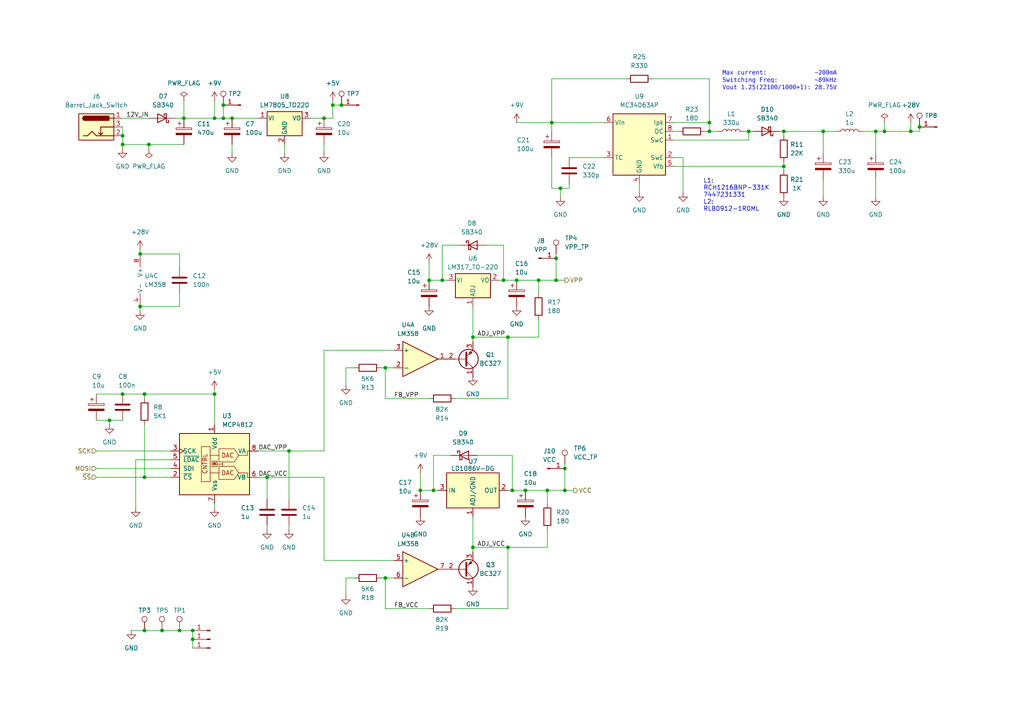
<source format=kicad_sch>
(kicad_sch (version 20250114) (generator "eeschema") (generator_version "9.0")
  (paper "A4")
  (lib_symbols
    (symbol "Amplifier_Operational:LM358" (pin_names (offset 0.127))
      (property "Reference" "U" (at 0 5.08 0))
      (property "Value" "LM358" (at 0 -5.08 0))
      (symbol "LM358_1_1"
        (pin input line (at -7.62 2.54 0) (length 2.54) (name "+") (number "3"))
        (pin input line (at -7.62 -2.54 0) (length 2.54) (name "-") (number "2"))
        (pin output line (at 7.62 0 180) (length 2.54) (name "~") (number "1"))
      )
      (symbol "LM358_2_1"
        (pin input line (at -7.62 2.54 0) (length 2.54) (name "+") (number "5"))
        (pin input line (at -7.62 -2.54 0) (length 2.54) (name "-") (number "6"))
        (pin output line (at 7.62 0 180) (length 2.54) (name "~") (number "7"))
      )
      (symbol "LM358_3_1"
        (pin power_in line (at -2.54 7.62 270) (length 3.81) (name "V+") (number "8"))
        (pin power_in line (at -2.54 -7.62 90) (length 3.81) (name "V-") (number "4"))
      )
    )
    (symbol "Analog_DAC:MCP4812" (pin_names (offset 1.016))
      (property "Reference" "U" (at -2.54 10.795 0))
      (property "Value" "MCP4812" (at -2.54 8.89 0))
      (symbol "MCP4812_0_0"
        (text "CNTRL" (at -2.032 -4.191 900) (effects (font (size 1.27 1.27)) (justify left bottom)))
        (text "DAC" (at 3.81 1.27 0) (effects (font (size 1.27 1.27))))
        (text "DAC" (at 3.81 -3.81 0) (effects (font (size 1.27 1.27))))
      )
      (symbol "MCP4812_1_1"
        (pin input clock (at -12.7 2.54 0) (length 2.54) (name "SCK") (number "3"))
        (pin input line (at -12.7 0 0) (length 2.54) (name "~{LDAC}") (number "5"))
        (pin input line (at -12.7 -2.54 0) (length 2.54) (name "SDI") (number "4"))
        (pin input line (at -12.7 -5.08 0) (length 2.54) (name "~{CS}") (number "2"))
        (pin power_in line (at 0 10.16 270) (length 2.54) (name "Vdd") (number "1"))
        (pin power_in line (at 0 -12.7 90) (length 2.54) (name "Vss") (number "7"))
        (pin output line (at 12.7 2.54 180) (length 2.54) (name "VA") (number "8"))
        (pin output line (at 12.7 -5.08 180) (length 2.54) (name "VB") (number "6"))
      )
    )
    (symbol "Connector:Barrel_Jack_Switch" (pin_names (hide yes))
      (property "Reference" "J" (at 0 5.334 0))
      (property "Value" "Barrel_Jack_Switch" (at 0 -5.08 0))
      (symbol "Barrel_Jack_Switch_1_1"
        (pin passive line (at 7.62 2.54 180) (length 2.54) (name "~") (number "1"))
        (pin passive line (at 7.62 0 180) (length 2.54) (name "~") (number "3"))
        (pin passive line (at 7.62 -2.54 180) (length 2.54) (name "~") (number "2"))
      )
    )
    (symbol "Connector:Conn_01x01_Pin" (pin_names (offset 1.016) (hide yes))
      (property "Reference" "J" (at 0 2.54 0))
      (property "Value" "Conn_01x01_Pin" (at 0 -2.54 0))
      (symbol "Conn_01x01_Pin_1_1"
        (pin passive line (at 5.08 0 180) (length 3.81) (name "Pin_1") (number "1"))
      )
    )
    (symbol "Connector:TestPoint" (pin_numbers (hide yes)) (pin_names (offset 0.762) (hide yes))
      (property "Reference" "TP" (at 0 6.858 0))
      (property "Value" "TestPoint" (at 0 5.08 0))
      (symbol "TestPoint_1_1"
        (pin passive line (at 0 0 90) (length 2.54) (name "1") (number "1"))
      )
    )
    (symbol "Device:C" (pin_numbers (hide yes)) (pin_names (offset 0.254))
      (property "Reference" "C" (at 0.635 2.54 0))
      (property "Value" "C" (at 0.635 -2.54 0))
      (symbol "C_1_1"
        (pin passive line (at 0 3.81 270) (length 2.794) (name "~") (number "1"))
        (pin passive line (at 0 -3.81 90) (length 2.794) (name "~") (number "2"))
      )
    )
    (symbol "Device:C_Polarized" (pin_numbers (hide yes)) (pin_names (offset 0.254))
      (property "Reference" "C" (at 0.635 2.54 0))
      (property "Value" "C_Polarized" (at 0.635 -2.54 0))
      (symbol "C_Polarized_1_1"
        (pin passive line (at 0 3.81 270) (length 2.794) (name "~") (number "1"))
        (pin passive line (at 0 -3.81 90) (length 2.794) (name "~") (number "2"))
      )
    )
    (symbol "Device:L" (pin_numbers (hide yes)) (pin_names (offset 1.016) (hide yes))
      (property "Reference" "L" (at -1.27 0 90))
      (property "Value" "L" (at 1.905 0 90))
      (symbol "L_1_1"
        (pin passive line (at 0 3.81 270) (length 1.27) (name "1") (number "1"))
        (pin passive line (at 0 -3.81 90) (length 1.27) (name "2") (number "2"))
      )
    )
    (symbol "Device:R" (pin_numbers (hide yes)) (pin_names (offset 0))
      (property "Reference" "R" (at 2.032 0 90))
      (property "Value" "R" (at 0 0 90))
      (symbol "R_1_1"
        (pin passive line (at 0 3.81 270) (length 1.27) (name "~") (number "1"))
        (pin passive line (at 0 -3.81 90) (length 1.27) (name "~") (number "2"))
      )
    )
    (symbol "Diode:B340" (pin_numbers (hide yes)) (pin_names (offset 1.016) (hide yes))
      (property "Reference" "D" (at 0 2.54 0))
      (property "Value" "B340" (at 0 -2.54 0))
      (symbol "B340_1_1"
        (pin passive line (at -3.81 0 0) (length 2.54) (name "K") (number "1"))
        (pin passive line (at 3.81 0 180) (length 2.54) (name "A") (number "2"))
      )
    )
    (symbol "Regulator_Linear:LD1086V-DG"
      (property "Reference" "U" (at 0 10.16 0))
      (property "Value" "LD1086V-DG" (at 0 7.62 0))
      (symbol "LD1086V-DG_1_1"
        (pin power_in line (at -10.16 0 0) (length 2.54) (name "IN") (number "3"))
        (pin input line (at 0 -7.62 90) (length 2.54) (name "ADJ/GND") (number "1"))
        (pin power_out line (at 10.16 0 180) (length 2.54) (name "OUT") (number "2"))
      )
    )
    (symbol "Regulator_Linear:LM317_TO-220" (pin_names (offset 0.254))
      (property "Reference" "U" (at -3.81 3.175 0))
      (property "Value" "LM317_TO-220" (at 0 3.175 0))
      (symbol "LM317_TO-220_1_1"
        (pin power_in line (at -7.62 0 0) (length 2.54) (name "VI") (number "3"))
        (pin input line (at 0 -7.62 90) (length 2.54) (name "ADJ") (number "1"))
        (pin power_out line (at 7.62 0 180) (length 2.54) (name "VO") (number "2"))
      )
    )
    (symbol "Regulator_Linear:LM7805_TO220" (pin_names (offset 0.254))
      (property "Reference" "U" (at -3.81 3.175 0))
      (property "Value" "LM7805_TO220" (at 0 3.175 0))
      (symbol "LM7805_TO220_1_1"
        (pin power_in line (at -7.62 0 0) (length 2.54) (name "VI") (number "1"))
        (pin power_in line (at 0 -7.62 90) (length 2.54) (name "GND") (number "2"))
        (pin power_out line (at 7.62 0 180) (length 2.54) (name "VO") (number "3"))
      )
    )
    (symbol "Regulator_Switching:MC34063AP"
      (property "Reference" "U" (at -7.62 8.89 0))
      (property "Value" "MC34063AP" (at 0 8.89 0))
      (symbol "MC34063AP_1_1"
        (pin power_in line (at -10.16 5.08 0) (length 2.54) (name "Vin") (number "6"))
        (pin passive line (at -10.16 -5.08 0) (length 2.54) (name "TC") (number "3"))
        (pin power_in line (at 0 -12.7 90) (length 2.54) (name "GND") (number "4"))
        (pin input line (at 10.16 5.08 180) (length 2.54) (name "Ipk") (number "7"))
        (pin open_collector line (at 10.16 2.54 180) (length 2.54) (name "DC") (number "8"))
        (pin open_collector line (at 10.16 0 180) (length 2.54) (name "SwC") (number "1"))
        (pin open_emitter line (at 10.16 -5.08 180) (length 2.54) (name "SwE") (number "2"))
        (pin input line (at 10.16 -7.62 180) (length 2.54) (name "Vfb") (number "5"))
      )
    )
    (symbol "Transistor_BJT:BC327" (pin_names (offset 0) (hide yes))
      (property "Reference" "Q" (at 5.08 1.905 0))
      (property "Value" "BC327" (at 5.08 0 0))
      (symbol "BC327_1_1"
        (pin input line (at -5.08 0 0) (length 2.54) (name "B") (number "2"))
        (pin passive line (at 2.54 5.08 270) (length 2.54) (name "C") (number "1"))
        (pin passive line (at 2.54 -5.08 90) (length 2.54) (name "E") (number "3"))
      )
    )
    (symbol "power:+28V" (power) (pin_numbers (hide yes)) (pin_names (offset 0) (hide yes))
      (property "Value" "+28V" (at 0 3.556 0))
      (symbol "+28V_1_1"
        (pin power_in line (at 0 0 90) (length 0) (name "~") (number "1"))
      )
    )
    (symbol "power:+5V" (power) (pin_numbers (hide yes)) (pin_names (offset 0) (hide yes))
      (property "Value" "+5V" (at 0 3.556 0))
      (symbol "+5V_1_1"
        (pin power_in line (at 0 0 90) (length 0) (name "~") (number "1"))
      )
    )
    (symbol "power:+9V" (power) (pin_numbers (hide yes)) (pin_names (offset 0) (hide yes))
      (property "Value" "+9V" (at 0 3.556 0))
      (symbol "+9V_1_1"
        (pin power_in line (at 0 0 90) (length 0) (name "~") (number "1"))
      )
    )
    (symbol "power:GND" (power) (pin_numbers (hide yes)) (pin_names (offset 0) (hide yes))
      (property "Value" "GND" (at 0 -3.81 0))
      (symbol "GND_1_1"
        (pin power_in line (at 0 0 270) (length 0) (name "~") (number "1"))
      )
    )
    (symbol "power:PWR_FLAG" (power) (pin_numbers (hide yes)) (pin_names (offset 0) (hide yes))
      (property "Value" "PWR_FLAG" (at 0 3.81 0))
      (symbol "PWR_FLAG_0_0"
        (pin power_out line (at 0 0 90) (length 0) (name "~") (number "1"))
      )
    )
  )
  (text "L1:\nRCH1216BNP-331K\n7447231331\nL2:\nRLB0912-1R0ML" (at 203.962 56.642 0) (effects (font (size 1.27 1.27)) (justify left)))
  (text "Max current:             ~200mA\nSwitching Freq:          ~89kHz\nVout 1.25(22100/1000+1): 28.75V" (at 209.55 26.67 0) (effects (font (size 1.27 1.27)) (justify left bottom)))
  (junction (at 55.88 182.88))
  (junction (at 77.47 138.43))
  (junction (at 217.17 38.1))
  (junction (at 160.02 35.56))
  (junction (at 62.23 34.29))
  (junction (at 46.99 182.88))
  (junction (at 121.92 142.24))
  (junction (at 266.7 36.83))
  (junction (at 264.16 38.1))
  (junction (at 52.07 182.88))
  (junction (at 149.86 81.28))
  (junction (at 256.54 38.1))
  (junction (at 128.27 81.28))
  (junction (at 111.76 167.64))
  (junction (at 146.05 81.28))
  (junction (at 35.56 41.91))
  (junction (at 162.56 54.61))
  (junction (at 40.64 88.9))
  (junction (at 93.98 34.29))
  (junction (at 156.21 81.28))
  (junction (at 41.91 114.3))
  (junction (at 227.33 48.26))
  (junction (at 62.23 114.3))
  (junction (at 83.82 130.81))
  (junction (at 227.33 38.1))
  (junction (at 148.59 142.24))
  (junction (at 147.32 158.75))
  (junction (at 99.06 30.48))
  (junction (at 205.74 35.56))
  (junction (at 161.29 74.93))
  (junction (at 55.88 185.42))
  (junction (at 205.74 38.1))
  (junction (at 31.75 121.92))
  (junction (at 111.76 106.68))
  (junction (at 125.73 142.24))
  (junction (at 41.91 182.88))
  (junction (at 53.34 34.29))
  (junction (at 163.83 135.89))
  (junction (at 64.77 34.29))
  (junction (at 124.46 81.28))
  (junction (at 64.77 30.48))
  (junction (at 43.18 41.91))
  (junction (at 40.64 73.66))
  (junction (at 67.31 34.29))
  (junction (at 96.52 30.48))
  (junction (at 158.75 142.24))
  (junction (at 137.16 97.79))
  (junction (at 238.76 38.1))
  (junction (at 147.32 97.79))
  (junction (at 254 38.1))
  (junction (at 152.4 142.24))
  (junction (at 35.56 39.37))
  (junction (at 163.83 142.24))
  (junction (at 137.16 158.75))
  (junction (at 161.29 81.28))
  (junction (at 35.56 114.3))
  (junction (at 41.91 138.43))
  (wire (pts (xy 40.64 72.39) (xy 40.64 73.66)))
  (wire (pts (xy 195.58 40.64) (xy 217.17 40.64)))
  (wire (pts (xy 110.49 106.68) (xy 111.76 106.68)))
  (wire (pts (xy 43.18 43.18) (xy 43.18 41.91)))
  (wire (pts (xy 125.73 132.08) (xy 125.73 142.24)))
  (wire (pts (xy 27.94 138.43) (xy 41.91 138.43)))
  (wire (pts (xy 254 52.07) (xy 254 57.15)))
  (wire (pts (xy 132.08 176.53) (xy 147.32 176.53)))
  (wire (pts (xy 158.75 142.24) (xy 163.83 142.24)))
  (wire (pts (xy 35.56 36.83) (xy 35.56 39.37)))
  (wire (pts (xy 227.33 38.1) (xy 227.33 39.37)))
  (wire (pts (xy 137.16 97.79) (xy 147.32 97.79)))
  (wire (pts (xy 198.12 45.72) (xy 198.12 55.88)))
  (wire (pts (xy 148.59 142.24) (xy 152.4 142.24)))
  (wire (pts (xy 125.73 142.24) (xy 127 142.24)))
  (wire (pts (xy 74.93 130.81) (xy 83.82 130.81)))
  (wire (pts (xy 62.23 113.03) (xy 62.23 114.3)))
  (wire (pts (xy 264.16 38.1) (xy 266.7 38.1)))
  (wire (pts (xy 161.29 81.28) (xy 163.83 81.28)))
  (wire (pts (xy 111.76 167.64) (xy 111.76 176.53)))
  (wire (pts (xy 38.1 182.88) (xy 41.91 182.88)))
  (wire (pts (xy 227.33 48.26) (xy 227.33 49.53)))
  (wire (pts (xy 62.23 34.29) (xy 62.23 29.21)))
  (wire (pts (xy 39.37 133.35) (xy 39.37 147.32)))
  (wire (pts (xy 77.47 152.4) (xy 77.47 153.67)))
  (wire (pts (xy 27.94 130.81) (xy 49.53 130.81)))
  (wire (pts (xy 256.54 35.56) (xy 256.54 38.1)))
  (wire (pts (xy 149.86 35.56) (xy 160.02 35.56)))
  (wire (pts (xy 132.08 115.57) (xy 147.32 115.57)))
  (wire (pts (xy 238.76 44.45) (xy 238.76 38.1)))
  (wire (pts (xy 204.47 38.1) (xy 205.74 38.1)))
  (wire (pts (xy 46.99 182.88) (xy 52.07 182.88)))
  (wire (pts (xy 149.86 81.28) (xy 156.21 81.28)))
  (wire (pts (xy 53.34 34.29) (xy 62.23 34.29)))
  (wire (pts (xy 160.02 54.61) (xy 162.56 54.61)))
  (wire (pts (xy 160.02 45.72) (xy 160.02 54.61)))
  (wire (pts (xy 250.19 38.1) (xy 254 38.1)))
  (wire (pts (xy 35.56 114.3) (xy 41.91 114.3)))
  (wire (pts (xy 93.98 101.6) (xy 93.98 130.81)))
  (wire (pts (xy 137.16 158.75) (xy 147.32 158.75)))
  (wire (pts (xy 189.23 22.86) (xy 205.74 22.86)))
  (wire (pts (xy 96.52 30.48) (xy 99.06 30.48)))
  (wire (pts (xy 93.98 34.29) (xy 96.52 34.29)))
  (wire (pts (xy 111.76 106.68) (xy 114.3 106.68)))
  (wire (pts (xy 90.17 34.29) (xy 93.98 34.29)))
  (wire (pts (xy 55.88 182.88) (xy 55.88 185.42)))
  (wire (pts (xy 35.56 41.91) (xy 43.18 41.91)))
  (wire (pts (xy 140.97 71.12) (xy 146.05 71.12)))
  (wire (pts (xy 163.83 142.24) (xy 166.37 142.24)))
  (wire (pts (xy 160.02 35.56) (xy 160.02 22.86)))
  (wire (pts (xy 146.05 81.28) (xy 149.86 81.28)))
  (wire (pts (xy 226.06 38.1) (xy 227.33 38.1)))
  (wire (pts (xy 266.7 38.1) (xy 266.7 36.83)))
  (wire (pts (xy 137.16 88.9) (xy 137.16 97.79)))
  (wire (pts (xy 195.58 45.72) (xy 198.12 45.72)))
  (wire (pts (xy 227.33 46.99) (xy 227.33 48.26)))
  (wire (pts (xy 205.74 22.86) (xy 205.74 35.56)))
  (wire (pts (xy 67.31 34.29) (xy 74.93 34.29)))
  (wire (pts (xy 137.16 149.86) (xy 137.16 158.75)))
  (wire (pts (xy 208.28 38.1) (xy 205.74 38.1)))
  (wire (pts (xy 93.98 138.43) (xy 93.98 162.56)))
  (wire (pts (xy 62.23 114.3) (xy 62.23 123.19)))
  (wire (pts (xy 165.1 45.72) (xy 175.26 45.72)))
  (wire (pts (xy 31.75 123.19) (xy 31.75 121.92)))
  (wire (pts (xy 195.58 38.1) (xy 196.85 38.1)))
  (wire (pts (xy 35.56 39.37) (xy 35.56 41.91)))
  (wire (pts (xy 53.34 29.21) (xy 53.34 34.29)))
  (wire (pts (xy 62.23 147.32) (xy 62.23 146.05)))
  (wire (pts (xy 41.91 115.57) (xy 41.91 114.3)))
  (wire (pts (xy 41.91 138.43) (xy 49.53 138.43)))
  (wire (pts (xy 27.94 114.3) (xy 35.56 114.3)))
  (wire (pts (xy 162.56 54.61) (xy 162.56 57.15)))
  (wire (pts (xy 147.32 158.75) (xy 147.32 176.53)))
  (wire (pts (xy 102.87 106.68) (xy 100.33 106.68)))
  (wire (pts (xy 156.21 92.71) (xy 156.21 97.79)))
  (wire (pts (xy 156.21 81.28) (xy 156.21 85.09)))
  (wire (pts (xy 93.98 162.56) (xy 114.3 162.56)))
  (wire (pts (xy 77.47 138.43) (xy 77.47 144.78)))
  (wire (pts (xy 27.94 135.89) (xy 49.53 135.89)))
  (wire (pts (xy 111.76 167.64) (xy 114.3 167.64)))
  (wire (pts (xy 147.32 97.79) (xy 156.21 97.79)))
  (wire (pts (xy 138.43 132.08) (xy 148.59 132.08)))
  (wire (pts (xy 52.07 88.9) (xy 40.64 88.9)))
  (wire (pts (xy 41.91 123.19) (xy 41.91 138.43)))
  (wire (pts (xy 110.49 167.64) (xy 111.76 167.64)))
  (wire (pts (xy 93.98 101.6) (xy 114.3 101.6)))
  (wire (pts (xy 160.02 38.1) (xy 160.02 35.56)))
  (wire (pts (xy 165.1 53.34) (xy 165.1 54.61)))
  (wire (pts (xy 111.76 115.57) (xy 124.46 115.57)))
  (wire (pts (xy 67.31 41.91) (xy 67.31 44.45)))
  (wire (pts (xy 96.52 30.48) (xy 96.52 34.29)))
  (wire (pts (xy 238.76 52.07) (xy 238.76 57.15)))
  (wire (pts (xy 50.8 34.29) (xy 53.34 34.29)))
  (wire (pts (xy 146.05 71.12) (xy 146.05 81.28)))
  (wire (pts (xy 161.29 74.93) (xy 161.29 81.28)))
  (wire (pts (xy 217.17 38.1) (xy 218.44 38.1)))
  (wire (pts (xy 52.07 85.09) (xy 52.07 88.9)))
  (wire (pts (xy 35.56 41.91) (xy 35.56 43.18)))
  (wire (pts (xy 111.76 176.53) (xy 124.46 176.53)))
  (wire (pts (xy 100.33 167.64) (xy 100.33 172.72)))
  (wire (pts (xy 160.02 35.56) (xy 175.26 35.56)))
  (wire (pts (xy 163.83 134.62) (xy 163.83 135.89)))
  (wire (pts (xy 158.75 153.67) (xy 158.75 158.75)))
  (wire (pts (xy 77.47 138.43) (xy 93.98 138.43)))
  (wire (pts (xy 238.76 38.1) (xy 242.57 38.1)))
  (wire (pts (xy 256.54 38.1) (xy 264.16 38.1)))
  (wire (pts (xy 161.29 73.66) (xy 161.29 74.93)))
  (wire (pts (xy 137.16 97.79) (xy 137.16 99.06)))
  (wire (pts (xy 52.07 73.66) (xy 40.64 73.66)))
  (wire (pts (xy 205.74 35.56) (xy 195.58 35.56)))
  (wire (pts (xy 52.07 77.47) (xy 52.07 73.66)))
  (wire (pts (xy 147.32 97.79) (xy 147.32 115.57)))
  (wire (pts (xy 185.42 55.88) (xy 185.42 53.34)))
  (wire (pts (xy 93.98 41.91) (xy 93.98 44.45)))
  (wire (pts (xy 128.27 81.28) (xy 129.54 81.28)))
  (wire (pts (xy 217.17 40.64) (xy 217.17 38.1)))
  (wire (pts (xy 217.17 38.1) (xy 215.9 38.1)))
  (wire (pts (xy 264.16 38.1) (xy 264.16 35.56)))
  (wire (pts (xy 124.46 76.2) (xy 124.46 81.28)))
  (wire (pts (xy 55.88 185.42) (xy 55.88 187.96)))
  (wire (pts (xy 158.75 142.24) (xy 158.75 146.05)))
  (wire (pts (xy 64.77 30.48) (xy 64.77 34.29)))
  (wire (pts (xy 137.16 158.75) (xy 137.16 160.02)))
  (wire (pts (xy 205.74 38.1) (xy 205.74 35.56)))
  (wire (pts (xy 254 38.1) (xy 254 44.45)))
  (wire (pts (xy 83.82 152.4) (xy 83.82 153.67)))
  (wire (pts (xy 227.33 38.1) (xy 238.76 38.1)))
  (wire (pts (xy 100.33 106.68) (xy 100.33 111.76)))
  (wire (pts (xy 82.55 41.91) (xy 82.55 44.45)))
  (wire (pts (xy 124.46 81.28) (xy 128.27 81.28)))
  (wire (pts (xy 130.81 132.08) (xy 125.73 132.08)))
  (wire (pts (xy 156.21 81.28) (xy 161.29 81.28)))
  (wire (pts (xy 40.64 90.17) (xy 40.64 88.9)))
  (wire (pts (xy 62.23 34.29) (xy 64.77 34.29)))
  (wire (pts (xy 195.58 48.26) (xy 227.33 48.26)))
  (wire (pts (xy 148.59 132.08) (xy 148.59 142.24)))
  (wire (pts (xy 128.27 71.12) (xy 128.27 81.28)))
  (wire (pts (xy 254 38.1) (xy 256.54 38.1)))
  (wire (pts (xy 160.02 22.86) (xy 181.61 22.86)))
  (wire (pts (xy 144.78 81.28) (xy 146.05 81.28)))
  (wire (pts (xy 83.82 130.81) (xy 93.98 130.81)))
  (wire (pts (xy 133.35 71.12) (xy 128.27 71.12)))
  (wire (pts (xy 43.18 41.91) (xy 53.34 41.91)))
  (wire (pts (xy 152.4 142.24) (xy 158.75 142.24)))
  (wire (pts (xy 147.32 158.75) (xy 158.75 158.75)))
  (wire (pts (xy 41.91 114.3) (xy 62.23 114.3)))
  (wire (pts (xy 35.56 34.29) (xy 43.18 34.29)))
  (wire (pts (xy 31.75 121.92) (xy 35.56 121.92)))
  (wire (pts (xy 27.94 121.92) (xy 31.75 121.92)))
  (wire (pts (xy 41.91 182.88) (xy 46.99 182.88)))
  (wire (pts (xy 64.77 34.29) (xy 67.31 34.29)))
  (wire (pts (xy 52.07 182.88) (xy 55.88 182.88)))
  (wire (pts (xy 96.52 29.21) (xy 96.52 30.48)))
  (wire (pts (xy 74.93 138.43) (xy 77.47 138.43)))
  (wire (pts (xy 121.92 137.16) (xy 121.92 142.24)))
  (wire (pts (xy 121.92 142.24) (xy 125.73 142.24)))
  (wire (pts (xy 162.56 54.61) (xy 165.1 54.61)))
  (wire (pts (xy 111.76 106.68) (xy 111.76 115.57)))
  (wire (pts (xy 102.87 167.64) (xy 100.33 167.64)))
  (wire (pts (xy 39.37 133.35) (xy 49.53 133.35)))
  (wire (pts (xy 147.32 142.24) (xy 148.59 142.24)))
  (wire (pts (xy 83.82 130.81) (xy 83.82 144.78)))
  (wire (pts (xy 163.83 135.89) (xy 163.83 142.24)))
  (label "12V_IN" (at 43.18 34.29 180))
  (label "DAC_VCC" (at 74.93 138.43 0))
  (label "ADJ_VPP" (at 138.43 97.79 0))
  (label "FB_VCC" (at 114.3 176.53 0))
  (label "ADJ_VCC" (at 138.43 158.75 0))
  (label "FB_VPP" (at 114.3 115.57 0))
  (label "DAC_VPP" (at 74.93 130.81 0))
  (hierarchical_label "VCC" (shape output) (at 166.37 142.24 0))
  (hierarchical_label "MOSI" (shape input) (at 27.94 135.89 180))
  (hierarchical_label "~{SS}" (shape input) (at 27.94 138.43 180))
  (hierarchical_label "SCK" (shape input) (at 27.94 130.81 180))
  (hierarchical_label "VPP" (shape output) (at 163.83 81.28 0))
  (symbol (lib_id "power:GND") (at 198.12 55.88 0) (unit 1)
    (property "Reference" "#PWR013" (effects (hide yes)))
    (property "Value" "GND" (at 198.12 60.96 0))
    (property "Description" "Power symbol creates a global label with name \"GND\" , ground" (effects (hide yes)))
  )
  (symbol (lib_id "power:GND") (at 149.86 88.9 0) (unit 1)
    (property "Reference" "#PWR038" (effects (hide yes)))
    (property "Value" "GND" (at 149.86 93.98 0))
    (property "Description" "Power symbol creates a global label with name \"GND\" , ground" (effects (hide yes)))
  )
  (symbol (lib_id "power:GND") (at 67.31 44.45 0) (unit 1)
    (property "Reference" "#PWR051" (effects (hide yes)))
    (property "Value" "GND" (at 67.31 49.53 0))
    (property "Description" "Power symbol creates a global label with name \"GND\" , ground" (effects (hide yes)))
  )
  (symbol (lib_id "power:GND") (at 121.92 149.86 0) (unit 1)
    (property "Reference" "#PWR019" (effects (hide yes)))
    (property "Value" "GND" (at 121.92 154.94 0))
    (property "Description" "Power symbol creates a global label with name \"GND\" , ground" (effects (hide yes)))
  )
  (symbol (lib_id "power:GND") (at 77.47 153.67 0) (unit 1)
    (property "Reference" "#PWR025" (effects (hide yes)))
    (property "Value" "GND" (at 77.47 158.75 0))
    (property "Description" "Power symbol creates a global label with name \"GND\" , ground" (effects (hide yes)))
  )
  (symbol (lib_id "Device:C_Polarized") (at 67.31 38.1 0) (unit 1)
    (property "Reference" "C7" (at 71.12 35.9409 0) (effects (justify left)))
    (property "Value" "100u" (at 71.12 38.4809 0) (effects (justify left)))
    (property "Footprint" "Capacitor_THT:CP_Radial_D6.3mm_P2.50mm" (effects (hide yes)))
    (property "Description" "Polarized capacitor" (effects (hide yes)))
  )
  (symbol (lib_id "Connector:Conn_01x01_Pin") (at 271.78 36.83 0) (mirror y) (unit 1)
    (property "Reference" "J12" (effects (hide yes)))
    (property "Value" "28V" (effects (hide yes)))
    (property "Footprint" "Connector_PinHeader_2.54mm:PinHeader_1x01_P2.54mm_Vertical" (effects (hide yes)))
    (property "Description" "Generic connector, single row, 01x01, script generated" (effects (hide yes)))
  )
  (symbol (lib_id "Amplifier_Operational:LM358") (at 121.92 104.14 0) (unit 1)
    (property "Reference" "U4" (at 118.364 94.234 0))
    (property "Value" "LM358" (at 118.364 96.774 0))
    (property "Footprint" "Package_DIP:DIP-8_W7.62mm_Socket" (effects (hide yes)))
    (property "Datasheet" "http://www.ti.com/lit/ds/symlink/lm2904-n.pdf" (effects (hide yes)))
    (property "Description" "Low-Power, Dual Operational Amplifiers, DIP-8/SOIC-8/TO-99-8" (effects (hide yes)))
  )
  (symbol (lib_id "power:GND") (at 137.16 109.22 0) (unit 1)
    (property "Reference" "#PWR037" (effects (hide yes)))
    (property "Value" "GND" (at 137.16 114.3 0))
    (property "Description" "Power symbol creates a global label with name \"GND\" , ground" (effects (hide yes)))
  )
  (symbol (lib_id "Device:C_Polarized") (at 124.46 85.09 0) (unit 1)
    (property "Reference" "C15" (at 118.11 78.994 0) (effects (justify left)))
    (property "Value" "10u" (at 118.11 81.534 0) (effects (justify left)))
    (property "Footprint" "Local:C_Rect_L4.6mm_W3.0mm_P2.50mm_MKS02_FKP02" (effects (hide yes)))
    (property "Description" "Polarized capacitor" (effects (hide yes)))
  )
  (symbol (lib_id "Device:L") (at 246.38 38.1 90) (unit 1)
    (property "Reference" "L2" (at 246.38 33.02 90))
    (property "Value" "1u" (at 246.38 35.56 90))
    (property "Footprint" "Inductor_THT:L_Radial_D8.7mm_P5.00mm_Fastron_07HCP" (effects (hide yes)))
    (property "Description" "Inductor" (effects (hide yes)))
  )
  (symbol (lib_id "Regulator_Switching:MC34063AP") (at 185.42 40.64 0) (unit 1)
    (property "Reference" "U9" (at 185.42 27.94 0))
    (property "Value" "MC34063AP" (at 185.42 30.48 0))
    (property "Footprint" "Package_DIP:DIP-8_W7.62mm" (effects (hide yes)))
    (property "Datasheet" "http://www.onsemi.com/pub_link/Collateral/MC34063A-D.PDF" (effects (hide yes)))
    (property "Description" "1.5A, step-up/down/inverting switching regulator, 3-40V Vin, 100kHz, DIP-8" (effects (hide yes)))
  )
  (symbol (lib_id "Device:R") (at 128.27 176.53 90) (unit 1)
    (property "Reference" "R19" (at 130.175 182.245 90) (effects (justify left)))
    (property "Value" "82K" (at 130.175 179.705 90) (effects (justify left)))
    (property "Footprint" "Resistor_THT:R_Axial_DIN0207_L6.3mm_D2.5mm_P10.16mm_Horizontal" (effects (hide yes)))
    (property "Description" "Resistor" (effects (hide yes)))
  )
  (symbol (lib_id "Device:C_Polarized") (at 93.98 38.1 0) (unit 1)
    (property "Reference" "C20" (at 97.79 35.9409 0) (effects (justify left)))
    (property "Value" "10u" (at 97.79 38.4809 0) (effects (justify left)))
    (property "Footprint" "Capacitor_THT:CP_Radial_D6.3mm_P2.50mm" (effects (hide yes)))
    (property "Description" "Polarized capacitor" (effects (hide yes)))
  )
  (symbol (lib_id "Device:C_Polarized") (at 53.34 38.1 0) (unit 1)
    (property "Reference" "C11" (at 57.15 35.9409 0) (effects (justify left)))
    (property "Value" "470u" (at 57.15 38.4809 0) (effects (justify left)))
    (property "Footprint" "Capacitor_THT:CP_Radial_D10.0mm_P5.00mm" (effects (hide yes)))
    (property "Description" "Polarized capacitor" (effects (hide yes)))
  )
  (symbol (lib_id "Device:R") (at 185.42 22.86 90) (unit 1)
    (property "Reference" "R25" (at 185.42 16.51 90))
    (property "Value" "R330" (at 185.42 19.05 90))
    (property "Footprint" "Resistor_THT:R_Axial_DIN0207_L6.3mm_D2.5mm_P10.16mm_Horizontal" (effects (hide yes)))
    (property "Description" "Resistor" (effects (hide yes)))
  )
  (symbol (lib_id "Device:C") (at 52.07 81.28 0) (unit 1)
    (property "Reference" "C12" (at 55.88 80.0099 0) (effects (justify left)))
    (property "Value" "100n" (at 55.88 82.5499 0) (effects (justify left)))
    (property "Footprint" "Capacitor_THT:C_Rect_L4.6mm_W3.0mm_P2.50mm_MKS02_FKP02" (effects (hide yes)))
    (property "Description" "Unpolarized capacitor" (effects (hide yes)))
  )
  (symbol (lib_id "Device:R") (at 106.68 167.64 90) (unit 1)
    (property "Reference" "R18" (at 108.585 173.355 90) (effects (justify left)))
    (property "Value" "5K6" (at 108.585 170.815 90) (effects (justify left)))
    (property "Footprint" "Resistor_THT:R_Axial_DIN0207_L6.3mm_D2.5mm_P10.16mm_Horizontal" (effects (hide yes)))
    (property "Description" "Resistor" (effects (hide yes)))
  )
  (symbol (lib_id "Amplifier_Operational:LM358") (at 121.92 165.1 0) (unit 2)
    (property "Reference" "U4" (at 118.364 155.194 0))
    (property "Value" "LM358" (at 118.364 157.734 0))
    (property "Footprint" "Package_DIP:DIP-8_W7.62mm_Socket" (effects (hide yes)))
    (property "Datasheet" "http://www.ti.com/lit/ds/symlink/lm2904-n.pdf" (effects (hide yes)))
    (property "Description" "Low-Power, Dual Operational Amplifiers, DIP-8/SOIC-8/TO-99-8" (effects (hide yes)))
  )
  (symbol (lib_id "Device:C") (at 35.56 118.11 0) (unit 1)
    (property "Reference" "C8" (at 34.29 109.22 0) (effects (justify left)))
    (property "Value" "100n" (at 34.29 111.76 0) (effects (justify left)))
    (property "Footprint" "Capacitor_THT:C_Rect_L4.6mm_W3.0mm_P2.50mm_MKS02_FKP02" (effects (hide yes)))
    (property "Description" "Unpolarized capacitor" (effects (hide yes)))
  )
  (symbol (lib_id "Device:R") (at 200.66 38.1 90) (unit 1)
    (property "Reference" "R23" (at 200.66 31.75 90))
    (property "Value" "180" (at 200.66 34.29 90))
    (property "Footprint" "Resistor_THT:R_Axial_DIN0207_L6.3mm_D2.5mm_P10.16mm_Horizontal" (effects (hide yes)))
    (property "Description" "Resistor" (effects (hide yes)))
  )
  (symbol (lib_id "power:GND") (at 137.16 170.18 0) (unit 1)
    (property "Reference" "#PWR023" (effects (hide yes)))
    (property "Value" "GND" (at 137.16 175.26 0))
    (property "Description" "Power symbol creates a global label with name \"GND\" , ground" (effects (hide yes)))
  )
  (symbol (lib_id "power:GND") (at 82.55 44.45 0) (unit 1)
    (property "Reference" "#PWR046" (effects (hide yes)))
    (property "Value" "GND" (at 82.55 49.53 0))
    (property "Description" "Power symbol creates a global label with name \"GND\" , ground" (effects (hide yes)))
  )
  (symbol (lib_id "power:+5V") (at 62.23 113.03 0) (unit 1)
    (property "Reference" "#PWR020" (effects (hide yes)))
    (property "Value" "+5V" (at 62.23 107.95 0))
    (property "Description" "Power symbol creates a global label with name \"+5V\"" (effects (hide yes)))
  )
  (symbol (lib_id "Connector:TestPoint") (at 46.99 182.88 0) (unit 1)
    (property "Reference" "TP5" (at 45.212 177.038 0) (effects (justify left)))
    (property "Value" "GND" (effects (hide yes)))
    (property "Footprint" "TestPoint:TestPoint_Pad_2.0x2.0mm" (effects (hide yes)))
    (property "Description" "test point" (effects (hide yes)))
  )
  (symbol (lib_id "Connector:Conn_01x01_Pin") (at 156.21 74.93 0) (unit 1)
    (property "Reference" "J8" (at 156.845 69.85 0))
    (property "Value" "VPP" (at 156.845 72.39 0))
    (property "Footprint" "Connector_PinHeader_2.54mm:PinHeader_1x01_P2.54mm_Vertical" (effects (hide yes)))
    (property "Description" "Generic connector, single row, 01x01, script generated" (effects (hide yes)))
  )
  (symbol (lib_id "Connector:TestPoint") (at 64.77 30.48 0) (unit 1)
    (property "Reference" "TP2" (at 66.294 27.178 0) (effects (justify left)))
    (property "Value" "12V" (effects (hide yes)))
    (property "Footprint" "TestPoint:TestPoint_Pad_2.0x2.0mm" (effects (hide yes)))
    (property "Description" "test point" (effects (hide yes)))
  )
  (symbol (lib_id "Diode:B340") (at 137.16 71.12 0) (unit 1)
    (property "Reference" "D8" (at 136.8425 64.77 0))
    (property "Value" "SB340" (at 136.8425 67.31 0))
    (property "Footprint" "Diode_THT:D_DO-201AD_P5.08mm_Vertical_KathodeUp" (effects (hide yes)))
    (property "Datasheet" "http://www.jameco.com/Jameco/Products/ProdDS/1538777.pdf" (effects (hide yes)))
    (property "Description" "40V 3A Schottky Barrier Rectifier Diode, SMC" (effects (hide yes)))
  )
  (symbol (lib_id "power:+9V") (at 149.86 35.56 0) (unit 1)
    (property "Reference" "#PWR061" (effects (hide yes)))
    (property "Value" "+9V" (at 149.86 30.48 0))
    (property "Description" "Power symbol creates a global label with name \"+9V\"" (effects (hide yes)))
  )
  (symbol (lib_id "Diode:B340") (at 134.62 132.08 0) (unit 1)
    (property "Reference" "D9" (at 134.3025 125.73 0))
    (property "Value" "SB340" (at 134.3025 128.27 0))
    (property "Footprint" "Diode_THT:D_DO-201AD_P5.08mm_Vertical_KathodeUp" (effects (hide yes)))
    (property "Datasheet" "http://www.jameco.com/Jameco/Products/ProdDS/1538777.pdf" (effects (hide yes)))
    (property "Description" "40V 3A Schottky Barrier Rectifier Diode, SMC" (effects (hide yes)))
  )
  (symbol (lib_id "power:GND") (at 39.37 147.32 0) (unit 1)
    (property "Reference" "#PWR017" (effects (hide yes)))
    (property "Value" "GND" (at 39.37 152.4 0))
    (property "Description" "Power symbol creates a global label with name \"GND\" , ground" (effects (hide yes)))
  )
  (symbol (lib_id "power:+5V") (at 96.52 29.21 0) (unit 1)
    (property "Reference" "#PWR050" (effects (hide yes)))
    (property "Value" "+5V" (at 96.52 24.13 0))
    (property "Description" "Power symbol creates a global label with name \"+5V\"" (effects (hide yes)))
  )
  (symbol (lib_id "power:GND") (at 35.56 43.18 0) (unit 1)
    (property "Reference" "#PWR05" (effects (hide yes)))
    (property "Value" "GND" (at 35.56 48.26 0))
    (property "Description" "Power symbol creates a global label with name \"GND\" , ground" (effects (hide yes)))
  )
  (symbol (lib_id "Transistor_BJT:BC327") (at 134.62 104.14 0) (mirror x) (unit 1)
    (property "Reference" "Q1" (at 142.24 102.87 0))
    (property "Value" "BC327" (at 142.24 105.41 0))
    (property "Footprint" "Package_TO_SOT_THT:TO-92_Inline_Wide" (effects (hide yes)))
    (property "Datasheet" "http://www.onsemi.com/pub_link/Collateral/BC327-D.PDF" (effects (hide yes)))
    (property "Description" "0.8A Ic, 45V Vce, PNP Transistor, TO-92" (effects (hide yes)))
  )
  (symbol (lib_id "Device:R") (at 106.68 106.68 90) (unit 1)
    (property "Reference" "R13" (at 108.585 112.395 90) (effects (justify left)))
    (property "Value" "5K6" (at 108.585 109.855 90) (effects (justify left)))
    (property "Footprint" "Resistor_THT:R_Axial_DIN0207_L6.3mm_D2.5mm_P10.16mm_Horizontal" (effects (hide yes)))
    (property "Description" "Resistor" (effects (hide yes)))
  )
  (symbol (lib_id "power:GND") (at 227.33 57.15 0) (unit 1)
    (property "Reference" "#PWR014" (effects (hide yes)))
    (property "Value" "GND" (at 227.33 62.23 0))
    (property "Description" "Power symbol creates a global label with name \"GND\" , ground" (effects (hide yes)))
  )
  (symbol (lib_id "Diode:B340") (at 222.25 38.1 180) (unit 1)
    (property "Reference" "D10" (at 222.5675 31.75 0))
    (property "Value" "SB340" (at 222.5675 34.29 0))
    (property "Footprint" "Diode_THT:D_DO-201AD_P5.08mm_Vertical_KathodeUp" (effects (hide yes)))
    (property "Datasheet" "http://www.jameco.com/Jameco/Products/ProdDS/1538777.pdf" (effects (hide yes)))
    (property "Description" "40V 3A Schottky Barrier Rectifier Diode, SMC" (effects (hide yes)))
  )
  (symbol (lib_id "Device:C") (at 165.1 49.53 0) (unit 1)
    (property "Reference" "C22" (at 168.91 48.26 0) (effects (justify left)))
    (property "Value" "330p" (at 168.91 50.8 0) (effects (justify left)))
    (property "Footprint" "Capacitor_THT:C_Rect_L4.6mm_W3.0mm_P2.50mm_MKS02_FKP02" (effects (hide yes)))
    (property "Description" "Unpolarized capacitor" (effects (hide yes)))
  )
  (symbol (lib_id "Connector:Conn_01x01_Pin") (at 69.85 30.48 0) (mirror y) (unit 1)
    (property "Reference" "J4" (effects (hide yes)))
    (property "Value" "12V" (effects (hide yes)))
    (property "Footprint" "Connector_PinHeader_2.54mm:PinHeader_1x01_P2.54mm_Vertical" (effects (hide yes)))
    (property "Description" "Generic connector, single row, 01x01, script generated" (effects (hide yes)))
  )
  (symbol (lib_id "Device:C_Polarized") (at 149.86 85.09 0) (unit 1)
    (property "Reference" "C16" (at 149.352 76.454 0) (effects (justify left)))
    (property "Value" "10u" (at 149.352 78.994 0) (effects (justify left)))
    (property "Footprint" "Local:C_Rect_L4.6mm_W3.0mm_P2.50mm_MKS02_FKP02" (effects (hide yes)))
    (property "Description" "Polarized capacitor" (effects (hide yes)))
  )
  (symbol (lib_id "power:PWR_FLAG") (at 53.34 29.21 0) (unit 1)
    (property "Reference" "#FLG02" (effects (hide yes)))
    (property "Value" "PWR_FLAG" (at 53.34 24.13 0))
    (property "Description" "Special symbol for telling ERC where power comes from" (effects (hide yes)))
  )
  (symbol (lib_id "power:GND") (at 152.4 149.86 0) (unit 1)
    (property "Reference" "#PWR026" (effects (hide yes)))
    (property "Value" "GND" (at 152.4 154.94 0))
    (property "Description" "Power symbol creates a global label with name \"GND\" , ground" (effects (hide yes)))
  )
  (symbol (lib_id "Device:C_Polarized") (at 254 48.26 0) (unit 1)
    (property "Reference" "C24" (at 257.81 46.99 0) (effects (justify left)))
    (property "Value" "100u" (at 257.81 49.53 0) (effects (justify left)))
    (property "Footprint" "Capacitor_THT:CP_Radial_D6.3mm_P2.50mm" (effects (hide yes)))
    (property "Description" "Polarized capacitor" (effects (hide yes)))
  )
  (symbol (lib_id "Regulator_Linear:LM7805_TO220") (at 82.55 34.29 0) (unit 1)
    (property "Reference" "U8" (at 82.55 27.94 0))
    (property "Value" "LM7805_TO220" (at 82.55 30.48 0))
    (property "Footprint" "Package_TO_SOT_THT:TO-220-3_Horizontal_TabDown" (effects (hide yes)))
    (property "Datasheet" "https://www.onsemi.cn/PowerSolutions/document/MC7800-D.PDF" (effects (hide yes)))
    (property "Description" "Positive 1A 35V Linear Regulator, Fixed Output 5V, TO-220" (effects (hide yes)))
  )
  (symbol (lib_id "Connector:Conn_01x01_Pin") (at 60.96 187.96 0) (mirror y) (unit 1)
    (property "Reference" "J3" (effects (hide yes)))
    (property "Value" "GND" (effects (hide yes)))
    (property "Footprint" "Connector_PinHeader_2.54mm:PinHeader_1x01_P2.54mm_Vertical" (effects (hide yes)))
    (property "Description" "Generic connector, single row, 01x01, script generated" (effects (hide yes)))
  )
  (symbol (lib_id "Connector:TestPoint") (at 52.07 182.88 0) (unit 1)
    (property "Reference" "TP1" (at 50.292 177.038 0) (effects (justify left)))
    (property "Value" "GND" (effects (hide yes)))
    (property "Footprint" "TestPoint:TestPoint_Pad_2.0x2.0mm" (effects (hide yes)))
    (property "Description" "test point" (effects (hide yes)))
  )
  (symbol (lib_id "Connector:TestPoint") (at 266.7 36.83 0) (unit 1)
    (property "Reference" "TP8" (at 268.224 33.528 0) (effects (justify left)))
    (property "Value" "28V" (effects (hide yes)))
    (property "Footprint" "TestPoint:TestPoint_Pad_2.0x2.0mm" (effects (hide yes)))
    (property "Description" "test point" (effects (hide yes)))
  )
  (symbol (lib_id "power:GND") (at 238.76 57.15 0) (unit 1)
    (property "Reference" "#PWR047" (effects (hide yes)))
    (property "Value" "GND" (at 238.76 62.23 0))
    (property "Description" "Power symbol creates a global label with name \"GND\" , ground" (effects (hide yes)))
  )
  (symbol (lib_id "Connector:TestPoint") (at 99.06 30.48 0) (unit 1)
    (property "Reference" "TP7" (at 100.584 27.178 0) (effects (justify left)))
    (property "Value" "5V" (effects (hide yes)))
    (property "Footprint" "TestPoint:TestPoint_Pad_2.0x2.0mm" (effects (hide yes)))
    (property "Description" "test point" (effects (hide yes)))
  )
  (symbol (lib_id "Regulator_Linear:LM317_TO-220") (at 137.16 81.28 0) (unit 1)
    (property "Reference" "U6" (at 137.16 74.93 0))
    (property "Value" "LM317_TO-220" (at 137.16 77.47 0))
    (property "Footprint" "Package_TO_SOT_THT:TO-220-3_Vertical" (effects (hide yes)))
    (property "Datasheet" "http://www.ti.com/lit/ds/symlink/lm317.pdf" (effects (hide yes)))
    (property "Description" "1.5A 35V Adjustable Linear Regulator, TO-220" (effects (hide yes)))
  )
  (symbol (lib_id "power:GND") (at 100.33 111.76 0) (unit 1)
    (property "Reference" "#PWR030" (effects (hide yes)))
    (property "Value" "GND" (at 100.33 116.84 0))
    (property "Description" "Power symbol creates a global label with name \"GND\" , ground" (effects (hide yes)))
  )
  (symbol (lib_id "Device:C_Polarized") (at 121.92 146.05 0) (unit 1)
    (property "Reference" "C17" (at 115.57 139.954 0) (effects (justify left)))
    (property "Value" "10u" (at 115.57 142.494 0) (effects (justify left)))
    (property "Footprint" "Local:C_Rect_L4.6mm_W3.0mm_P2.50mm_MKS02_FKP02" (effects (hide yes)))
    (property "Description" "Polarized capacitor" (effects (hide yes)))
  )
  (symbol (lib_id "power:GND") (at 40.64 90.17 0) (unit 1)
    (property "Reference" "#PWR03" (effects (hide yes)))
    (property "Value" "GND" (at 40.64 95.25 0))
    (property "Description" "Power symbol creates a global label with name \"GND\" , ground" (effects (hide yes)))
  )
  (symbol (lib_id "Device:R") (at 156.21 88.9 0) (unit 1)
    (property "Reference" "R17" (at 158.75 87.63 0) (effects (justify left)))
    (property "Value" "180" (at 158.75 90.17 0) (effects (justify left)))
    (property "Footprint" "Resistor_THT:R_Axial_DIN0207_L6.3mm_D2.5mm_P10.16mm_Horizontal" (effects (hide yes)))
    (property "Description" "Resistor" (effects (hide yes)))
  )
  (symbol (lib_id "Diode:B340") (at 46.99 34.29 180) (unit 1)
    (property "Reference" "D7" (at 47.3075 27.94 0))
    (property "Value" "SB340" (at 47.3075 30.48 0))
    (property "Footprint" "Diode_THT:D_DO-201AD_P5.08mm_Vertical_KathodeUp" (effects (hide yes)))
    (property "Datasheet" "http://www.jameco.com/Jameco/Products/ProdDS/1538777.pdf" (effects (hide yes)))
    (property "Description" "40V 3A Schottky Barrier Rectifier Diode, SMC" (effects (hide yes)))
  )
  (symbol (lib_id "power:GND") (at 93.98 44.45 0) (unit 1)
    (property "Reference" "#PWR032" (effects (hide yes)))
    (property "Value" "GND" (at 93.98 49.53 0))
    (property "Description" "Power symbol creates a global label with name \"GND\" , ground" (effects (hide yes)))
  )
  (symbol (lib_id "Device:R") (at 158.75 149.86 0) (unit 1)
    (property "Reference" "R20" (at 161.29 148.59 0) (effects (justify left)))
    (property "Value" "180" (at 161.29 151.13 0) (effects (justify left)))
    (property "Footprint" "Resistor_THT:R_Axial_DIN0207_L6.3mm_D2.5mm_P10.16mm_Horizontal" (effects (hide yes)))
    (property "Description" "Resistor" (effects (hide yes)))
  )
  (symbol (lib_id "power:GND") (at 100.33 172.72 0) (unit 1)
    (property "Reference" "#PWR016" (effects (hide yes)))
    (property "Value" "GND" (at 100.33 177.8 0))
    (property "Description" "Power symbol creates a global label with name \"GND\" , ground" (effects (hide yes)))
  )
  (symbol (lib_id "Amplifier_Operational:LM358") (at 43.18 81.28 0) (unit 3)
    (property "Reference" "U4" (at 41.91 80.0099 0) (effects (justify left)))
    (property "Value" "LM358" (at 41.91 82.5499 0) (effects (justify left)))
    (property "Footprint" "Package_DIP:DIP-8_W7.62mm_Socket" (effects (hide yes)))
    (property "Datasheet" "http://www.ti.com/lit/ds/symlink/lm2904-n.pdf" (effects (hide yes)))
    (property "Description" "Low-Power, Dual Operational Amplifiers, DIP-8/SOIC-8/TO-99-8" (effects (hide yes)))
  )
  (symbol (lib_id "power:+28V") (at 264.16 35.56 0) (unit 1)
    (property "Reference" "#PWR048" (effects (hide yes)))
    (property "Value" "+28V" (at 264.16 30.48 0))
    (property "Description" "Power symbol creates a global label with name \"+28V\"" (effects (hide yes)))
  )
  (symbol (lib_id "Connector:Barrel_Jack_Switch") (at 27.94 36.83 0) (unit 1)
    (property "Reference" "J6" (at 27.94 27.94 0))
    (property "Value" "Barrel_Jack_Switch" (at 27.94 30.48 0))
    (property "Footprint" "Connector_BarrelJack:BarrelJack_Horizontal" (effects (hide yes)))
    (property "Description" "DC Barrel Jack with an internal switch" (effects (hide yes)))
  )
  (symbol (lib_id "Device:R") (at 41.91 119.38 0) (unit 1)
    (property "Reference" "R8" (at 44.45 118.11 0) (effects (justify left)))
    (property "Value" "5K1" (at 44.45 120.65 0) (effects (justify left)))
    (property "Footprint" "Resistor_THT:R_Axial_DIN0207_L6.3mm_D2.5mm_P10.16mm_Horizontal" (effects (hide yes)))
    (property "Description" "Resistor" (effects (hide yes)))
  )
  (symbol (lib_id "Device:C") (at 77.47 148.59 0) (unit 1)
    (property "Reference" "C13" (at 69.85 147.32 0) (effects (justify left)))
    (property "Value" "1u" (at 69.85 149.86 0) (effects (justify left)))
    (property "Footprint" "Capacitor_THT:C_Rect_L4.6mm_W3.0mm_P2.50mm_MKS02_FKP02" (effects (hide yes)))
    (property "Description" "Unpolarized capacitor" (effects (hide yes)))
  )
  (symbol (lib_id "Connector:Conn_01x01_Pin") (at 60.96 182.88 0) (mirror y) (unit 1)
    (property "Reference" "J5" (effects (hide yes)))
    (property "Value" "GND" (effects (hide yes)))
    (property "Footprint" "Connector_PinHeader_2.54mm:PinHeader_1x01_P2.54mm_Vertical" (effects (hide yes)))
    (property "Description" "Generic connector, single row, 01x01, script generated" (effects (hide yes)))
  )
  (symbol (lib_id "power:GND") (at 162.56 57.15 0) (unit 1)
    (property "Reference" "#PWR011" (effects (hide yes)))
    (property "Value" "GND" (at 162.56 62.23 0))
    (property "Description" "Power symbol creates a global label with name \"GND\" , ground" (effects (hide yes)))
  )
  (symbol (lib_id "Analog_DAC:MCP4812") (at 62.23 133.35 0) (unit 1)
    (property "Reference" "U3" (at 64.4241 120.65 0) (effects (justify left)))
    (property "Value" "MCP4812" (at 64.4241 123.19 0) (effects (justify left)))
    (property "Footprint" "Package_DIP:DIP-8_W7.62mm_Socket" (effects (hide yes)))
    (property "Datasheet" "http://ww1.microchip.com/downloads/en/DeviceDoc/20002249B.pdf" (effects (hide yes)))
    (property "Description" "2-Channel 10-Bit D/A Converters with SPI Interface and Internal Reference (2.048V)" (effects (hide yes)))
  )
  (symbol (lib_id "Device:C_Polarized") (at 152.4 146.05 0) (unit 1)
    (property "Reference" "C18" (at 151.892 137.414 0) (effects (justify left)))
    (property "Value" "10u" (at 151.892 139.954 0) (effects (justify left)))
    (property "Footprint" "Local:C_Rect_L4.6mm_W3.0mm_P2.50mm_MKS02_FKP02" (effects (hide yes)))
    (property "Description" "Polarized capacitor" (effects (hide yes)))
  )
  (symbol (lib_id "Device:R") (at 227.33 53.34 180) (unit 1)
    (property "Reference" "R21" (at 231.14 52.07 0))
    (property "Value" "1K" (at 231.14 54.61 0))
    (property "Footprint" "Resistor_THT:R_Axial_DIN0207_L6.3mm_D2.5mm_P10.16mm_Horizontal" (effects (hide yes)))
    (property "Description" "Resistor" (effects (hide yes)))
  )
  (symbol (lib_id "power:GND") (at 83.82 153.67 0) (unit 1)
    (property "Reference" "#PWR027" (effects (hide yes)))
    (property "Value" "GND" (at 83.82 158.75 0))
    (property "Description" "Power symbol creates a global label with name \"GND\" , ground" (effects (hide yes)))
  )
  (symbol (lib_id "power:GND") (at 124.46 88.9 0) (unit 1)
    (property "Reference" "#PWR035" (effects (hide yes)))
    (property "Value" "GND" (at 124.46 95.25 0))
    (property "Description" "Power symbol creates a global label with name \"GND\" , ground" (effects (hide yes)))
  )
  (symbol (lib_id "Connector:Conn_01x01_Pin") (at 158.75 135.89 0) (unit 1)
    (property "Reference" "J10" (at 159.385 130.81 0))
    (property "Value" "VCC" (at 159.385 133.35 0))
    (property "Footprint" "Connector_PinHeader_2.54mm:PinHeader_1x01_P2.54mm_Vertical" (effects (hide yes)))
    (property "Description" "Generic connector, single row, 01x01, script generated" (effects (hide yes)))
  )
  (symbol (lib_id "Regulator_Linear:LD1086V-DG") (at 137.16 142.24 0) (unit 1)
    (property "Reference" "U7" (at 137.16 133.858 0))
    (property "Value" "LD1086V-DG" (at 137.16 135.89 0))
    (property "Footprint" "Package_TO_SOT_THT:TO-220-3_Horizontal_TabDown" (effects (hide yes)))
    (property "Datasheet" "https://www.st.com/resource/en/datasheet/ld1086.pdf" (effects (hide yes)))
    (property "Description" "Positive, 1.5A 30V, Linear Regulator, Adjustable, TO-220" (effects (hide yes)))
  )
  (symbol (lib_id "Device:C_Polarized") (at 27.94 118.11 0) (unit 1)
    (property "Reference" "C9" (at 26.67 109.22 0) (effects (justify left)))
    (property "Value" "10u" (at 26.67 111.76 0) (effects (justify left)))
    (property "Footprint" "Local:C_Rect_L4.6mm_W3.0mm_P2.50mm_MKS02_FKP02" (effects (hide yes)))
    (property "Description" "Polarized capacitor" (effects (hide yes)))
  )
  (symbol (lib_id "power:GND") (at 31.75 123.19 0) (unit 1)
    (property "Reference" "#PWR015" (effects (hide yes)))
    (property "Value" "GND" (at 31.75 128.27 0))
    (property "Description" "Power symbol creates a global label with name \"GND\" , ground" (effects (hide yes)))
  )
  (symbol (lib_id "power:GND") (at 38.1 182.88 0) (unit 1)
    (property "Reference" "#PWR042" (effects (hide yes)))
    (property "Value" "GND" (at 38.1 187.96 0))
    (property "Description" "Power symbol creates a global label with name \"GND\" , ground" (effects (hide yes)))
  )
  (symbol (lib_id "power:+28V") (at 124.46 76.2 0) (unit 1)
    (property "Reference" "#PWR034" (effects (hide yes)))
    (property "Value" "+28V" (at 124.46 71.12 0))
    (property "Description" "Power symbol creates a global label with name \"+28V\"" (effects (hide yes)))
  )
  (symbol (lib_id "Device:L") (at 212.09 38.1 90) (unit 1)
    (property "Reference" "L1" (at 212.09 33.02 90))
    (property "Value" "330u" (at 212.09 35.56 90))
    (property "Footprint" "Local:L_Radial_D12.5mm_P4.00mm_5.00mm" (effects (hide yes)))
    (property "Description" "Inductor" (effects (hide yes)))
  )
  (symbol (lib_id "power:+28V") (at 40.64 72.39 0) (unit 1)
    (property "Reference" "#PWR02" (effects (hide yes)))
    (property "Value" "+28V" (at 40.64 67.31 0))
    (property "Description" "Power symbol creates a global label with name \"+28V\"" (effects (hide yes)))
  )
  (symbol (lib_id "Connector:TestPoint") (at 163.83 134.62 0) (unit 1)
    (property "Reference" "TP6" (at 166.37 130.0479 0) (effects (justify left)))
    (property "Value" "VCC_TP" (at 166.37 132.5879 0) (effects (justify left)))
    (property "Footprint" "TestPoint:TestPoint_Pad_2.0x2.0mm" (effects (hide yes)))
    (property "Description" "test point" (effects (hide yes)))
  )
  (symbol (lib_id "Device:R") (at 128.27 115.57 90) (unit 1)
    (property "Reference" "R14" (at 130.175 121.285 90) (effects (justify left)))
    (property "Value" "82K" (at 130.175 118.745 90) (effects (justify left)))
    (property "Footprint" "Resistor_THT:R_Axial_DIN0207_L6.3mm_D2.5mm_P10.16mm_Horizontal" (effects (hide yes)))
    (property "Description" "Resistor" (effects (hide yes)))
  )
  (symbol (lib_id "power:PWR_FLAG") (at 43.18 43.18 180) (unit 1)
    (property "Reference" "#FLG01" (effects (hide yes)))
    (property "Value" "PWR_FLAG" (at 43.18 48.26 0))
    (property "Description" "Special symbol for telling ERC where power comes from" (effects (hide yes)))
  )
  (symbol (lib_id "power:GND") (at 185.42 55.88 0) (unit 1)
    (property "Reference" "#PWR012" (effects (hide yes)))
    (property "Value" "GND" (at 185.42 60.96 0))
    (property "Description" "Power symbol creates a global label with name \"GND\" , ground" (effects (hide yes)))
  )
  (symbol (lib_id "power:+9V") (at 62.23 29.21 0) (unit 1)
    (property "Reference" "#PWR010" (effects (hide yes)))
    (property "Value" "+9V" (at 62.23 24.13 0))
    (property "Description" "Power symbol creates a global label with name \"+9V\"" (effects (hide yes)))
  )
  (symbol (lib_id "Connector:Conn_01x01_Pin") (at 60.96 185.42 0) (mirror y) (unit 1)
    (property "Reference" "J9" (effects (hide yes)))
    (property "Value" "GND" (effects (hide yes)))
    (property "Footprint" "Connector_PinHeader_2.54mm:PinHeader_1x01_P2.54mm_Vertical" (effects (hide yes)))
    (property "Description" "Generic connector, single row, 01x01, script generated" (effects (hide yes)))
  )
  (symbol (lib_id "Connector:Conn_01x01_Pin") (at 104.14 30.48 0) (mirror y) (unit 1)
    (property "Reference" "J11" (effects (hide yes)))
    (property "Value" "5V" (effects (hide yes)))
    (property "Footprint" "Connector_PinHeader_2.54mm:PinHeader_1x01_P2.54mm_Vertical" (effects (hide yes)))
    (property "Description" "Generic connector, single row, 01x01, script generated" (effects (hide yes)))
  )
  (symbol (lib_id "power:GND") (at 62.23 147.32 0) (unit 1)
    (property "Reference" "#PWR021" (effects (hide yes)))
    (property "Value" "GND" (at 62.23 152.4 0))
    (property "Description" "Power symbol creates a global label with name \"GND\" , ground" (effects (hide yes)))
  )
  (symbol (lib_id "Device:R") (at 227.33 43.18 180) (unit 1)
    (property "Reference" "R11" (at 231.14 41.91 0))
    (property "Value" "22K" (at 231.14 44.45 0))
    (property "Footprint" "Resistor_THT:R_Axial_DIN0207_L6.3mm_D2.5mm_P10.16mm_Horizontal" (effects (hide yes)))
    (property "Description" "Resistor" (effects (hide yes)))
  )
  (symbol (lib_id "power:PWR_FLAG") (at 256.54 35.56 0) (unit 1)
    (property "Reference" "#FLG04" (effects (hide yes)))
    (property "Value" "PWR_FLAG" (at 256.54 30.48 0))
    (property "Description" "Special symbol for telling ERC where power comes from" (effects (hide yes)))
  )
  (symbol (lib_id "Connector:TestPoint") (at 41.91 182.88 0) (unit 1)
    (property "Reference" "TP3" (at 40.132 177.038 0) (effects (justify left)))
    (property "Value" "GND" (effects (hide yes)))
    (property "Footprint" "TestPoint:TestPoint_Pad_2.0x2.0mm" (effects (hide yes)))
    (property "Description" "test point" (effects (hide yes)))
  )
  (symbol (lib_id "Connector:TestPoint") (at 161.29 73.66 0) (unit 1)
    (property "Reference" "TP4" (at 163.83 69.0879 0) (effects (justify left)))
    (property "Value" "VPP_TP" (at 163.83 71.6279 0) (effects (justify left)))
    (property "Footprint" "TestPoint:TestPoint_Pad_2.0x2.0mm" (effects (hide yes)))
    (property "Description" "test point" (effects (hide yes)))
  )
  (symbol (lib_id "Device:C_Polarized") (at 160.02 41.91 0) (unit 1)
    (property "Reference" "C21" (at 149.86 40.64 0) (effects (justify left)))
    (property "Value" "100u" (at 149.86 43.18 0) (effects (justify left)))
    (property "Footprint" "Capacitor_THT:CP_Radial_D6.3mm_P2.50mm" (effects (hide yes)))
    (property "Description" "Polarized capacitor" (effects (hide yes)))
  )
  (symbol (lib_id "power:GND") (at 254 57.15 0) (unit 1)
    (property "Reference" "#PWR060" (effects (hide yes)))
    (property "Value" "GND" (at 254 62.23 0))
    (property "Description" "Power symbol creates a global label with name \"GND\" , ground" (effects (hide yes)))
  )
  (symbol (lib_id "Transistor_BJT:BC327") (at 134.62 165.1 0) (mirror x) (unit 1)
    (property "Reference" "Q3" (at 142.24 163.83 0))
    (property "Value" "BC327" (at 142.24 166.37 0))
    (property "Footprint" "Package_TO_SOT_THT:TO-92_Inline_Wide" (effects (hide yes)))
    (property "Datasheet" "http://www.onsemi.com/pub_link/Collateral/BC327-D.PDF" (effects (hide yes)))
    (property "Description" "0.8A Ic, 45V Vce, PNP Transistor, TO-92" (effects (hide yes)))
  )
  (symbol (lib_id "Device:C") (at 83.82 148.59 0) (unit 1)
    (property "Reference" "C14" (at 87.63 147.32 0) (effects (justify left)))
    (property "Value" "1u" (at 87.63 149.86 0) (effects (justify left)))
    (property "Footprint" "Capacitor_THT:C_Rect_L4.6mm_W3.0mm_P2.50mm_MKS02_FKP02" (effects (hide yes)))
    (property "Description" "Unpolarized capacitor" (effects (hide yes)))
  )
  (symbol (lib_id "power:+9V") (at 121.92 137.16 0) (unit 1)
    (property "Reference" "#PWR049" (effects (hide yes)))
    (property "Value" "+9V" (at 121.92 132.08 0))
    (property "Description" "Power symbol creates a global label with name \"+9V\"" (effects (hide yes)))
  )
  (symbol (lib_id "Device:C_Polarized") (at 238.76 48.26 0) (unit 1)
    (property "Reference" "C23" (at 243.078 46.99 0) (effects (justify left)))
    (property "Value" "330u" (at 243.078 49.53 0) (effects (justify left)))
    (property "Footprint" "Capacitor_THT:CP_Radial_D10.0mm_P5.00mm" (effects (hide yes)))
    (property "Description" "Polarized capacitor" (effects (hide yes)))
  )
)
</source>
